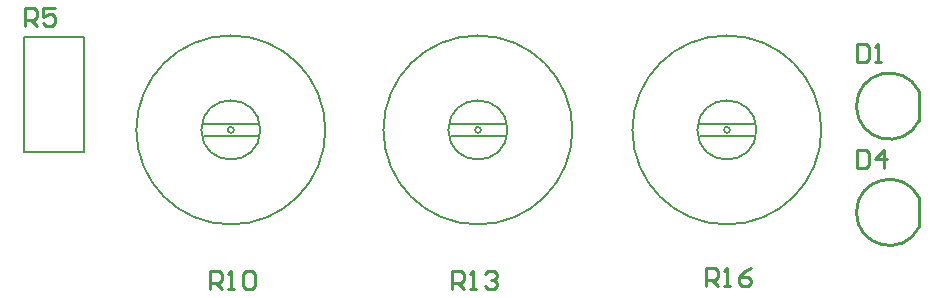
<source format=gto>
G04*
G04 #@! TF.GenerationSoftware,Altium Limited,Altium Designer,18.0.7 (293)*
G04*
G04 Layer_Color=65535*
%FSLAX43Y43*%
%MOMM*%
G71*
G01*
G75*
%ADD10C,0.203*%
%ADD11C,0.254*%
%ADD12C,0.200*%
D10*
X18250Y14000D02*
G03*
X18250Y14000I-250J0D01*
G01*
X26000D02*
G03*
X26000Y14000I-8000J0D01*
G01*
X20500D02*
G03*
X20500Y14000I-2500J0D01*
G01*
X41420D02*
G03*
X41420Y14000I-2500J0D01*
G01*
X46920D02*
G03*
X46920Y14000I-8000J0D01*
G01*
X39170D02*
G03*
X39170Y14000I-250J0D01*
G01*
X60250D02*
G03*
X60250Y14000I-250J0D01*
G01*
X68000D02*
G03*
X68000Y14000I-8000J0D01*
G01*
X62500D02*
G03*
X62500Y14000I-2500J0D01*
G01*
X15714Y14512D02*
X20286D01*
X15714Y13488D02*
X20286D01*
X36634D02*
X41206D01*
X36634Y14512D02*
X41206D01*
X57714D02*
X62286D01*
X57714Y13488D02*
X62286D01*
D11*
X76270Y17270D02*
G03*
X76270Y14766I-2504J-1252D01*
G01*
Y8270D02*
G03*
X76270Y5766I-2504J-1252D01*
G01*
Y14766D02*
Y17270D01*
Y5766D02*
Y8270D01*
X58250Y750D02*
Y2274D01*
X59012D01*
X59266Y2020D01*
Y1512D01*
X59012Y1258D01*
X58250D01*
X58758D02*
X59266Y750D01*
X59774D02*
X60281D01*
X60027D01*
Y2274D01*
X59774Y2020D01*
X62059Y2274D02*
X61551Y2020D01*
X61043Y1512D01*
Y1004D01*
X61297Y750D01*
X61805D01*
X62059Y1004D01*
Y1258D01*
X61805Y1512D01*
X61043D01*
X36750Y500D02*
Y2024D01*
X37512D01*
X37766Y1770D01*
Y1262D01*
X37512Y1008D01*
X36750D01*
X37258D02*
X37766Y500D01*
X38274D02*
X38781D01*
X38527D01*
Y2024D01*
X38274Y1770D01*
X39543D02*
X39797Y2024D01*
X40305D01*
X40559Y1770D01*
Y1516D01*
X40305Y1262D01*
X40051D01*
X40305D01*
X40559Y1008D01*
Y754D01*
X40305Y500D01*
X39797D01*
X39543Y754D01*
X16250Y500D02*
Y2024D01*
X17012D01*
X17266Y1770D01*
Y1262D01*
X17012Y1008D01*
X16250D01*
X16758D02*
X17266Y500D01*
X17774D02*
X18281D01*
X18027D01*
Y2024D01*
X17774Y1770D01*
X19043D02*
X19297Y2024D01*
X19805D01*
X20059Y1770D01*
Y754D01*
X19805Y500D01*
X19297D01*
X19043Y754D01*
Y1770D01*
X613Y22773D02*
Y24296D01*
X1375D01*
X1629Y24042D01*
Y23534D01*
X1375Y23280D01*
X613D01*
X1121D02*
X1629Y22773D01*
X3153Y24296D02*
X2137D01*
Y23534D01*
X2645Y23788D01*
X2899D01*
X3153Y23534D01*
Y23027D01*
X2899Y22773D01*
X2391D01*
X2137Y23027D01*
X70999Y12295D02*
Y10772D01*
X71761D01*
X72015Y11026D01*
Y12041D01*
X71761Y12295D01*
X70999D01*
X73285Y10772D02*
Y12295D01*
X72523Y11534D01*
X73539D01*
X71008Y21300D02*
Y19776D01*
X71770D01*
X72024Y20030D01*
Y21046D01*
X71770Y21300D01*
X71008D01*
X72532Y19776D02*
X73039D01*
X72785D01*
Y21300D01*
X72532Y21046D01*
D12*
X460Y12098D02*
Y21902D01*
X5540D01*
Y12098D02*
Y21902D01*
X460Y12098D02*
X5540D01*
M02*

</source>
